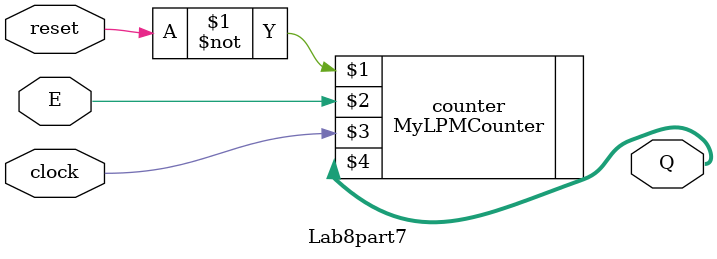
<source format=v>
/* ***************************************************************************\
| Name of program : Lab8
| Author : Charles Heckel
| Date Created : 6/19/2018
| Date last updated : 6/20/2018
| Function : see part 4 for details
| Method : uses a library of parameterized modules to create D-flipflop with
|		asynchronous reset
| Inputs : clock - input signal that simulates a clock cycle
|          reset - input signal that simulates a reset cycle
|          E     - input signal that allows the output to change
| Output : Q     - 16bit output signal that corresponds to the counter's value
| Additional Comments : (Extras)
\*****************************************************************************/
module Lab8part7(clock, reset, E, Q);
  // variables
  input clock, reset, E;
  // 'E' represents the data input which takes the role of the enable
  output [15:0] Q;
  
  
  // instantiation
  //module MyLPMCounter (aclr, clk_en, clock, q); <-- prototype
  MyLPMCounter counter(~reset, E, clock, Q);
  
  
endmodule
</source>
